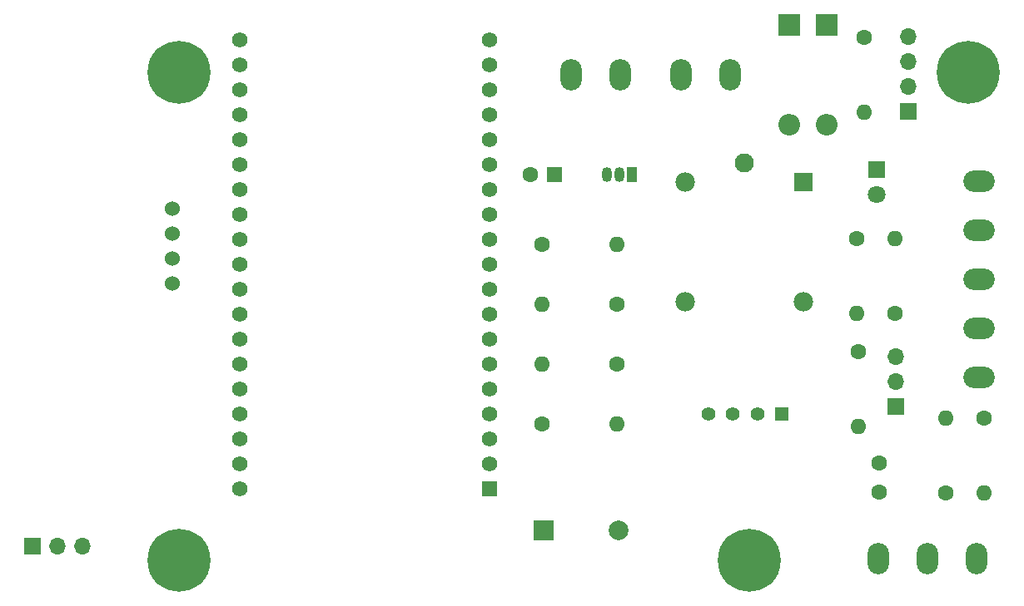
<source format=gbr>
%TF.GenerationSoftware,KiCad,Pcbnew,(5.1.7-0-10_14)*%
%TF.CreationDate,2021-06-29T16:16:18+02:00*%
%TF.ProjectId,NodeMCU32_Multisensor,4e6f6465-4d43-4553-9332-5f4d756c7469,rev?*%
%TF.SameCoordinates,Original*%
%TF.FileFunction,Soldermask,Bot*%
%TF.FilePolarity,Negative*%
%FSLAX46Y46*%
G04 Gerber Fmt 4.6, Leading zero omitted, Abs format (unit mm)*
G04 Created by KiCad (PCBNEW (5.1.7-0-10_14)) date 2021-06-29 16:16:18*
%MOMM*%
%LPD*%
G01*
G04 APERTURE LIST*
%ADD10O,3.200000X2.200000*%
%ADD11C,0.800000*%
%ADD12C,6.400000*%
%ADD13O,1.600000X1.600000*%
%ADD14C,1.600000*%
%ADD15O,1.700000X1.700000*%
%ADD16R,1.700000X1.700000*%
%ADD17O,2.200000X3.200000*%
%ADD18C,1.530000*%
%ADD19C,1.560000*%
%ADD20R,1.560000X1.560000*%
%ADD21R,1.050000X1.500000*%
%ADD22O,1.050000X1.500000*%
%ADD23C,1.980000*%
%ADD24C,1.935000*%
%ADD25R,1.980000X1.980000*%
%ADD26C,1.416000*%
%ADD27R,1.416000X1.416000*%
%ADD28O,2.200000X2.200000*%
%ADD29R,2.200000X2.200000*%
%ADD30C,1.800000*%
%ADD31R,1.800000X1.800000*%
%ADD32R,1.600000X1.600000*%
%ADD33C,2.000000*%
%ADD34R,2.000000X2.000000*%
G04 APERTURE END LIST*
D10*
%TO.C,J7*%
X150087000Y-86825000D03*
X150087000Y-91825000D03*
X150087000Y-96825000D03*
X150087000Y-76825000D03*
X150087000Y-81825000D03*
%TD*%
D11*
%TO.C,H4*%
X70404056Y-113745944D03*
X68707000Y-113043000D03*
X67009944Y-113745944D03*
X66307000Y-115443000D03*
X67009944Y-117140056D03*
X68707000Y-117843000D03*
X70404056Y-117140056D03*
X71107000Y-115443000D03*
D12*
X68707000Y-115443000D03*
%TD*%
D11*
%TO.C,H3*%
X70404056Y-64088944D03*
X68707000Y-63386000D03*
X67009944Y-64088944D03*
X66307000Y-65786000D03*
X67009944Y-67483056D03*
X68707000Y-68186000D03*
X70404056Y-67483056D03*
X71107000Y-65786000D03*
D12*
X68707000Y-65786000D03*
%TD*%
D11*
%TO.C,H2*%
X128443056Y-113745944D03*
X126746000Y-113043000D03*
X125048944Y-113745944D03*
X124346000Y-115443000D03*
X125048944Y-117140056D03*
X126746000Y-117843000D03*
X128443056Y-117140056D03*
X129146000Y-115443000D03*
D12*
X126746000Y-115443000D03*
%TD*%
D11*
%TO.C,H1*%
X150668056Y-64088944D03*
X148971000Y-63386000D03*
X147273944Y-64088944D03*
X146571000Y-65786000D03*
X147273944Y-67483056D03*
X148971000Y-68186000D03*
X150668056Y-67483056D03*
X151371000Y-65786000D03*
D12*
X148971000Y-65786000D03*
%TD*%
D13*
%TO.C,R11*%
X150622000Y-108585000D03*
D14*
X150622000Y-100965000D03*
%TD*%
D13*
%TO.C,R10*%
X146685000Y-100965000D03*
D14*
X146685000Y-108585000D03*
%TD*%
D13*
%TO.C,R9*%
X113284000Y-101600000D03*
D14*
X105664000Y-101600000D03*
%TD*%
D15*
%TO.C,J8*%
X142875000Y-62103000D03*
X142875000Y-64643000D03*
X142875000Y-67183000D03*
D16*
X142875000Y-69723000D03*
%TD*%
D17*
%TO.C,J2*%
X139813000Y-115316000D03*
X144813000Y-115316000D03*
X149813000Y-115316000D03*
%TD*%
D18*
%TO.C,U2*%
X68072000Y-79629000D03*
X68072000Y-87249000D03*
X68072000Y-84709000D03*
X68072000Y-82169000D03*
%TD*%
D19*
%TO.C,U1*%
X74930000Y-62432000D03*
X74930000Y-64972000D03*
X74930000Y-67512000D03*
X74930000Y-70052000D03*
X74930000Y-72592000D03*
X74930000Y-75132000D03*
X74930000Y-77672000D03*
X74930000Y-80212000D03*
X74930000Y-82752000D03*
X74930000Y-85292000D03*
X74930000Y-87832000D03*
X74930000Y-90372000D03*
X74930000Y-92912000D03*
X74930000Y-95452000D03*
X74930000Y-97992000D03*
X74930000Y-100532000D03*
X74930000Y-103072000D03*
X74930000Y-105612000D03*
X74930000Y-108152000D03*
X100330000Y-64972000D03*
X100330000Y-67512000D03*
X100330000Y-70052000D03*
X100330000Y-72592000D03*
X100330000Y-75132000D03*
X100330000Y-77672000D03*
X100330000Y-80212000D03*
X100330000Y-82752000D03*
X100330000Y-85292000D03*
X100330000Y-87832000D03*
X100330000Y-90372000D03*
X100330000Y-92912000D03*
X100330000Y-95452000D03*
X100330000Y-97992000D03*
X100330000Y-100532000D03*
X100330000Y-103072000D03*
X100330000Y-62432000D03*
X100330000Y-105612000D03*
D20*
X100330000Y-108152000D03*
%TD*%
D13*
%TO.C,R8*%
X113284000Y-83312000D03*
D14*
X105664000Y-83312000D03*
%TD*%
D13*
%TO.C,R7*%
X141556000Y-82680000D03*
D14*
X141556000Y-90300000D03*
%TD*%
D13*
%TO.C,R6*%
X137668000Y-90297000D03*
D14*
X137668000Y-82677000D03*
%TD*%
D13*
%TO.C,R5*%
X137795000Y-101854000D03*
D14*
X137795000Y-94234000D03*
%TD*%
%TO.C,R4*%
X139954000Y-108537000D03*
X139954000Y-105537000D03*
%TD*%
D13*
%TO.C,R3*%
X105664000Y-95504000D03*
D14*
X113284000Y-95504000D03*
%TD*%
D13*
%TO.C,R2*%
X105664000Y-89408000D03*
D14*
X113284000Y-89408000D03*
%TD*%
D13*
%TO.C,R1*%
X138430000Y-69850000D03*
D14*
X138430000Y-62230000D03*
%TD*%
D21*
%TO.C,Q1*%
X114808000Y-76200000D03*
D22*
X112268000Y-76200000D03*
X113538000Y-76200000D03*
%TD*%
D23*
%TO.C,K1*%
X132238000Y-89158000D03*
X120238000Y-89158000D03*
X120238000Y-76958000D03*
D24*
X126238000Y-74958000D03*
D25*
X132238000Y-76958000D03*
%TD*%
D17*
%TO.C,J6*%
X108618000Y-66040000D03*
X113618000Y-66040000D03*
%TD*%
%TO.C,J5*%
X124808000Y-66040000D03*
X119808000Y-66040000D03*
%TD*%
D15*
%TO.C,J4*%
X141605000Y-94742000D03*
X141605000Y-97282000D03*
D16*
X141605000Y-99822000D03*
%TD*%
D15*
%TO.C,J3*%
X58928000Y-114046000D03*
X56388000Y-114046000D03*
D16*
X53848000Y-114046000D03*
%TD*%
D26*
%TO.C,J1*%
X122548000Y-100584000D03*
X125048000Y-100584000D03*
X127548000Y-100584000D03*
D27*
X130048000Y-100584000D03*
%TD*%
D28*
%TO.C,D3*%
X130810000Y-71120000D03*
D29*
X130810000Y-60960000D03*
%TD*%
D28*
%TO.C,D2*%
X134620000Y-71120000D03*
D29*
X134620000Y-60960000D03*
%TD*%
D30*
%TO.C,D1*%
X139700000Y-78232000D03*
D31*
X139700000Y-75692000D03*
%TD*%
D14*
%TO.C,C1*%
X104434000Y-76200000D03*
D32*
X106934000Y-76200000D03*
%TD*%
D33*
%TO.C,BZ1*%
X113391000Y-112395000D03*
D34*
X105791000Y-112395000D03*
%TD*%
M02*

</source>
